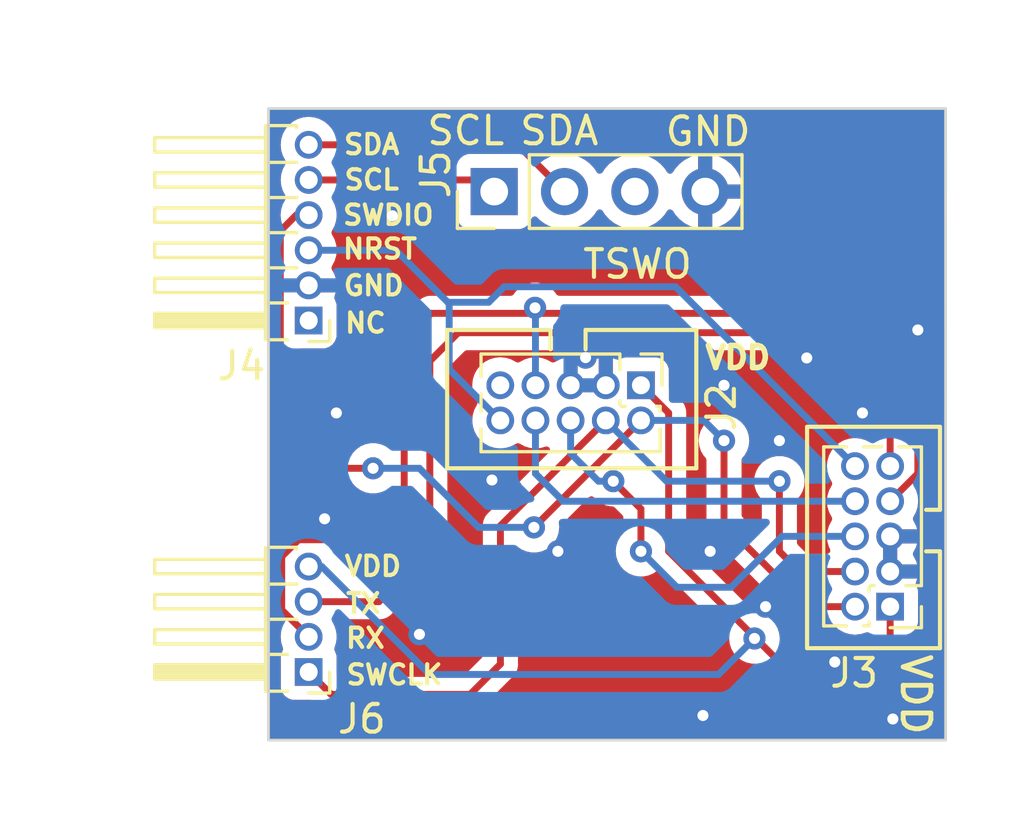
<source format=kicad_pcb>
(kicad_pcb (version 20221018) (generator pcbnew)
  (layers (0 "F.Cu" signal) (31 "B.Cu" signal) (34 "B.Paste" user) (35 "F.Paste" user) (36 "B.SilkS" user "B.Silkscreen") (37 "F.SilkS" user "F.Silkscreen") (38 "B.Mask" user) (39 "F.Mask" user) (44 "Edge.Cuts" user))
  (net 0 "")
  (net 1 "Net-(J2-Pin_8)")
  (net 2 "/GND")
  (net 3 "/NRST")
  (net 4 "/UART_RX")
  (net 5 "/UART_TX")
  (net 6 "/SYS_SWCLK")
  (net 7 "/SYS_SWDIO")
  (net 8 "/I2C2_SDA")
  (net 9 "/I2C2_SCL")
  (net 10 "/VDD")
  (net 11 "/TRACESWO")
  (footprint "Connector_PinHeader_1.27mm:PinHeader_2x05_P1.27mm_Vertical" (layer "F.Cu") (at 141 95 180)
    (fp_text reference "J3" (at 1.3 -2.4) (layer "F.SilkS"))
    (fp_text value "Conn_02x05_Odd_Even")
    (fp_line (start -1.13 -0.76) (end 0 -0.76) (stroke (width 0.12)) (layer "F.SilkS"))
    (fp_line (start -1.13 0) (end -1.13 -0.76) (stroke (width 0.12)) (layer "F.SilkS"))
    (fp_line (start -1.13 0.76) (end -1.13 5.775) (stroke (width 0.12)) (layer "F.SilkS"))
    (fp_line (start -1.13 0.76) (end -0.563471 0.76) (stroke (width 0.12)) (layer "F.SilkS"))
    (fp_line (start -1.13 5.775) (end -0.30753 5.775) (stroke (width 0.12)) (layer "F.SilkS"))
    (fp_line (start 0.30753 5.775) (end 0.96247 5.775) (stroke (width 0.12)) (layer "F.SilkS"))
    (fp_line (start 0.563471 0.76) (end 0.706529 0.76) (stroke (width 0.12)) (layer "F.SilkS"))
    (fp_line (start 0.76 -0.695) (end 0.96247 -0.695) (stroke (width 0.12)) (layer "F.SilkS"))
    (fp_line (start 0.76 -0.563471) (end 0.76 -0.695) (stroke (width 0.12)) (layer "F.SilkS"))
    (fp_line (start 0.76 0.706529) (end 0.76 0.563471) (stroke (width 0.12)) (layer "F.SilkS"))
    (fp_line (start 1.57753 -0.695) (end 2.4 -0.695) (stroke (width 0.12)) (layer "F.SilkS"))
    (fp_line (start 1.57753 5.775) (end 2.4 5.775) (stroke (width 0.12)) (layer "F.SilkS"))
    (fp_line (start 2.4 -0.695) (end 2.4 5.775) (stroke (width 0.12)) (layer "F.SilkS"))
    (pad "1" thru_hole rect (at 0 0 180) (size 1 1) (drill 0.65) (layers "*.Cu" "*.Mask") (net 10 "/VDD"))
    (pad "2" thru_hole oval (at 1.27 0 180) (size 1 1) (drill 0.65) (layers "*.Cu" "*.Mask") (net 7 "/SYS_SWDIO"))
    (pad "3" thru_hole oval (at 0 1.27 180) (size 1 1) (drill 0.65) (layers "*.Cu" "*.Mask") (net 2 "/GND"))
    (pad "4" thru_hole oval (at 1.27 1.27 180) (size 1 1) (drill 0.65) (layers "*.Cu" "*.Mask") (net 6 "/SYS_SWCLK"))
    (pad "5" thru_hole oval (at 0 2.54 180) (size 1 1) (drill 0.65) (layers "*.Cu" "*.Mask") (net 2 "/GND"))
    (pad "6" thru_hole oval (at 1.27 2.54 180) (size 1 1) (drill 0.65) (layers "*.Cu" "*.Mask") (net 11 "/TRACESWO"))
    (pad "7" thru_hole oval (at 0 3.81 180) (size 1 1) (drill 0.65) (layers "*.Cu" "*.Mask") (net 4 "/UART_RX"))
    (pad "8" thru_hole oval (at 1.27 3.81 180) (size 1 1) (drill 0.65) (layers "*.Cu" "*.Mask") (net 1 "Net-(J2-Pin_8)"))
    (pad "9" thru_hole oval (at 0 5.08 180) (size 1 1) (drill 0.65) (layers "*.Cu" "*.Mask") (net 5 "/UART_TX"))
    (pad "10" thru_hole oval (at 1.27 5.08 180) (size 1 1) (drill 0.65) (layers "*.Cu" "*.Mask") (net 3 "/NRST"))
  )
  (footprint "Connector_PinHeader_2.54mm:PinHeader_1x04_P2.54mm_Vertical" (layer "F.Cu") (at 126.7 80 90)
    (fp_text reference "J5" (at 0.625 -2.113 90) (layer "F.SilkS"))
    (fp_text value "Conn_01x04")
    (fp_line (start -1.33 -1.33) (end 0 -1.33) (stroke (width 0.12)) (layer "F.SilkS"))
    (fp_line (start -1.33 0) (end -1.33 -1.33) (stroke (width 0.12)) (layer "F.SilkS"))
    (fp_line (start -1.33 1.27) (end -1.33 8.95) (stroke (width 0.12)) (layer "F.SilkS"))
    (fp_line (start -1.33 1.27) (end 1.33 1.27) (stroke (width 0.12)) (layer "F.SilkS"))
    (fp_line (start -1.33 8.95) (end 1.33 8.95) (stroke (width 0.12)) (layer "F.SilkS"))
    (fp_line (start 1.33 1.27) (end 1.33 8.95) (stroke (width 0.12)) (layer "F.SilkS"))
    (pad "1" thru_hole rect (at 0 0 90) (size 1.7 1.7) (drill 1) (layers "*.Cu" "*.Mask") (net 9 "/I2C2_SCL"))
    (pad "2" thru_hole oval (at 0 2.54 90) (size 1.7 1.7) (drill 1) (layers "*.Cu" "*.Mask") (net 8 "/I2C2_SDA"))
    (pad "3" thru_hole oval (at 0 5.08 90) (size 1.7 1.7) (drill 1) (layers "*.Cu" "*.Mask"))
    (pad "4" thru_hole oval (at 0 7.62 90) (size 1.7 1.7) (drill 1) (layers "*.Cu" "*.Mask") (net 2 "/GND"))
  )
  (footprint "Connector_PinHeader_1.27mm:PinHeader_2x05_P1.27mm_Vertical" (layer "F.Cu") (at 132 87 -90)
    (fp_text reference "J2" (at 0.8 -2.9 90) (layer "F.SilkS"))
    (fp_text value "Conn_02x05_Odd_Even")
    (fp_line (start -1.13 -0.76) (end 0 -0.76) (stroke (width 0.12)) (layer "F.SilkS"))
    (fp_line (start -1.13 0) (end -1.13 -0.76) (stroke (width 0.12)) (layer "F.SilkS"))
    (fp_line (start -1.13 0.76) (end -1.13 5.775) (stroke (width 0.12)) (layer "F.SilkS"))
    (fp_line (start -1.13 0.76) (end -0.563471 0.76) (stroke (width 0.12)) (layer "F.SilkS"))
    (fp_line (start -1.13 5.775) (end -0.30753 5.775) (stroke (width 0.12)) (layer "F.SilkS"))
    (fp_line (start 0.30753 5.775) (end 0.96247 5.775) (stroke (width 0.12)) (layer "F.SilkS"))
    (fp_line (start 0.563471 0.76) (end 0.706529 0.76) (stroke (width 0.12)) (layer "F.SilkS"))
    (fp_line (start 0.76 -0.695) (end 0.96247 -0.695) (stroke (width 0.12)) (layer "F.SilkS"))
    (fp_line (start 0.76 -0.563471) (end 0.76 -0.695) (stroke (width 0.12)) (layer "F.SilkS"))
    (fp_line (start 0.76 0.706529) (end 0.76 0.563471) (stroke (width 0.12)) (layer "F.SilkS"))
    (fp_line (start 1.57753 -0.695) (end 2.4 -0.695) (stroke (width 0.12)) (layer "F.SilkS"))
    (fp_line (start 1.57753 5.775) (end 2.4 5.775) (stroke (width 0.12)) (layer "F.SilkS"))
    (fp_line (start 2.4 -0.695) (end 2.4 5.775) (stroke (width 0.12)) (layer "F.SilkS"))
    (pad "1" thru_hole rect (at 0 0 270) (size 1 1) (drill 0.65) (layers "*.Cu" "*.Mask") (net 10 "/VDD"))
    (pad "2" thru_hole oval (at 1.27 0 270) (size 1 1) (drill 0.65) (layers "*.Cu" "*.Mask") (net 7 "/SYS_SWDIO"))
    (pad "3" thru_hole oval (at 0 1.27 270) (size 1 1) (drill 0.65) (layers "*.Cu" "*.Mask") (net 2 "/GND"))
    (pad "4" thru_hole oval (at 1.27 1.27 270) (size 1 1) (drill 0.65) (layers "*.Cu" "*.Mask") (net 6 "/SYS_SWCLK"))
    (pad "5" thru_hole oval (at 0 2.54 270) (size 1 1) (drill 0.65) (layers "*.Cu" "*.Mask") (net 2 "/GND"))
    (pad "6" thru_hole oval (at 1.27 2.54 270) (size 1 1) (drill 0.65) (layers "*.Cu" "*.Mask") (net 11 "/TRACESWO"))
    (pad "7" thru_hole oval (at 0 3.81 270) (size 1 1) (drill 0.65) (layers "*.Cu" "*.Mask") (net 4 "/UART_RX"))
    (pad "8" thru_hole oval (at 1.27 3.81 270) (size 1 1) (drill 0.65) (layers "*.Cu" "*.Mask") (net 1 "Net-(J2-Pin_8)"))
    (pad "9" thru_hole oval (at 0 5.08 270) (size 1 1) (drill 0.65) (layers "*.Cu" "*.Mask"))
    (pad "10" thru_hole oval (at 1.27 5.08 270) (size 1 1) (drill 0.65) (layers "*.Cu" "*.Mask") (net 3 "/NRST"))
  )
  (footprint "Connector_PinHeader_1.27mm:PinHeader_1x04_P1.27mm_Horizontal" (layer "F.Cu") (at 120 97.36 180)
    (fp_text reference "J6" (at -1.92 -1.7) (layer "F.SilkS"))
    (fp_text value "Conn_01x04")
    (fp_line (start -0.76 -0.76) (end 0 -0.76) (stroke (width 0.12)) (layer "F.SilkS"))
    (fp_line (start -0.76 0) (end -0.76 -0.76) (stroke (width 0.12)) (layer "F.SilkS"))
    (fp_line (start 0.44 1.889677) (end 0.44 1.920323) (stroke (width 0.12)) (layer "F.SilkS"))
    (fp_line (start 0.44 1.905) (end 1.56 1.905) (stroke (width 0.12)) (layer "F.SilkS"))
    (fp_line (start 0.44 3.159677) (end 0.44 3.190323) (stroke (width 0.12)) (layer "F.SilkS"))
    (fp_line (start 0.44 3.175) (end 1.56 3.175) (stroke (width 0.12)) (layer "F.SilkS"))
    (fp_line (start 0.44 4.505) (end 0.44 4.429677) (stroke (width 0.12)) (layer "F.SilkS"))
    (fp_line (start 0.76 -0.695) (end 1.56 -0.695) (stroke (width 0.12)) (layer "F.SilkS"))
    (fp_line (start 0.76 0.635) (end 1.56 0.635) (stroke (width 0.12)) (layer "F.SilkS"))
    (fp_line (start 1.56 -0.695) (end 1.56 4.505) (stroke (width 0.12)) (layer "F.SilkS"))
    (fp_line (start 1.56 -0.26) (end 5.56 -0.26) (stroke (width 0.12)) (layer "F.SilkS"))
    (fp_line (start 1.56 -0.2) (end 5.56 -0.2) (stroke (width 0.12)) (layer "F.SilkS"))
    (fp_line (start 1.56 -0.08) (end 5.56 -0.08) (stroke (width 0.12)) (layer "F.SilkS"))
    (fp_line (start 1.56 0.04) (end 5.56 0.04) (stroke (width 0.12)) (layer "F.SilkS"))
    (fp_line (start 1.56 0.16) (end 5.56 0.16) (stroke (width 0.12)) (layer "F.SilkS"))
    (fp_line (start 1.56 1.01) (end 5.56 1.01) (stroke (width 0.12)) (layer "F.SilkS"))
    (fp_line (start 1.56 2.28) (end 5.56 2.28) (stroke (width 0.12)) (layer "F.SilkS"))
    (fp_line (start 1.56 3.55) (end 5.56 3.55) (stroke (width 0.12)) (layer "F.SilkS"))
    (fp_line (start 1.56 4.505) (end 0.44 4.505) (stroke (width 0.12)) (layer "F.SilkS"))
    (fp_line (start 5.56 -0.26) (end 5.56 0.26) (stroke (width 0.12)) (layer "F.SilkS"))
    (fp_line (start 5.56 0.26) (end 1.56 0.26) (stroke (width 0.12)) (layer "F.SilkS"))
    (fp_line (start 5.56 1.01) (end 5.56 1.53) (stroke (width 0.12)) (layer "F.SilkS"))
    (fp_line (start 5.56 1.53) (end 1.56 1.53) (stroke (width 0.12)) (layer "F.SilkS"))
    (fp_line (start 5.56 2.28) (end 5.56 2.8) (stroke (width 0.12)) (layer "F.SilkS"))
    (fp_line (start 5.56 2.8) (end 1.56 2.8) (stroke (width 0.12)) (layer "F.SilkS"))
    (fp_line (start 5.56 3.55) (end 5.56 4.07) (stroke (width 0.12)) (layer "F.SilkS"))
    (fp_line (start 5.56 4.07) (end 1.56 4.07) (stroke (width 0.12)) (layer "F.SilkS"))
    (pad "1" thru_hole rect (at 0 0 180) (size 1 1) (drill 0.65) (layers "*.Cu" "*.Mask") (net 6 "/SYS_SWCLK"))
    (pad "2" thru_hole oval (at 0 1.27 180) (size 1 1) (drill 0.65) (layers "*.Cu" "*.Mask") (net 4 "/UART_RX"))
    (pad "3" thru_hole oval (at 0 2.54 180) (size 1 1) (drill 0.65) (layers "*.Cu" "*.Mask") (net 5 "/UART_TX"))
    (pad "4" thru_hole oval (at 0 3.81 180) (size 1 1) (drill 0.65) (layers "*.Cu" "*.Mask") (net 10 "/VDD"))
  )
  (footprint "Connector_PinHeader_1.27mm:PinHeader_1x06_P1.27mm_Horizontal" (layer "F.Cu") (at 120 84.66 180)
    (fp_text reference "J4" (at 2.4325 -1.635) (layer "F.SilkS"))
    (fp_text value "Conn_01x06")
    (fp_line (start -0.76 -0.76) (end 0 -0.76) (stroke (width 0.12)) (layer "F.SilkS"))
    (fp_line (start -0.76 0) (end -0.76 -0.76) (stroke (width 0.12)) (layer "F.SilkS"))
    (fp_line (start 0.44 1.889677) (end 0.44 1.920323) (stroke (width 0.12)) (layer "F.SilkS"))
    (fp_line (start 0.44 1.905) (end 1.56 1.905) (stroke (width 0.12)) (layer "F.SilkS"))
    (fp_line (start 0.44 3.159677) (end 0.44 3.190323) (stroke (width 0.12)) (layer "F.SilkS"))
    (fp_line (start 0.44 3.175) (end 1.56 3.175) (stroke (width 0.12)) (layer "F.SilkS"))
    (fp_line (start 0.44 4.429677) (end 0.44 4.460323) (stroke (width 0.12)) (layer "F.SilkS"))
    (fp_line (start 0.44 4.445) (end 1.56 4.445) (stroke (width 0.12)) (layer "F.SilkS"))
    (fp_line (start 0.44 5.699677) (end 0.44 5.730323) (stroke (width 0.12)) (layer "F.SilkS"))
    (fp_line (start 0.44 5.715) (end 1.56 5.715) (stroke (width 0.12)) (layer "F.SilkS"))
    (fp_line (start 0.44 7.045) (end 0.44 6.969677) (stroke (width 0.12)) (layer "F.SilkS"))
    (fp_line (start 0.76 -0.695) (end 1.56 -0.695) (stroke (width 0.12)) (layer "F.SilkS"))
    (fp_line (start 0.76 0.635) (end 1.56 0.635) (stroke (width 0.12)) (layer "F.SilkS"))
    (fp_line (start 1.56 -0.695) (end 1.56 7.045) (stroke (width 0.12)) (layer "F.SilkS"))
    (fp_line (start 1.56 -0.26) (end 5.56 -0.26) (stroke (width 0.12)) (layer "F.SilkS"))
    (fp_line (start 1.56 -0.2) (end 5.56 -0.2) (stroke (width 0.12)) (layer "F.SilkS"))
    (fp_line (start 1.56 -0.08) (end 5.56 -0.08) (stroke (width 0.12)) (layer "F.SilkS"))
    (fp_line (start 1.56 0.04) (end 5.56 0.04) (stroke (width 0.12)) (layer "F.SilkS"))
    (fp_line (start 1.56 0.16) (end 5.56 0.16) (stroke (width 0.12)) (layer "F.SilkS"))
    (fp_line (start 1.56 1.01) (end 5.56 1.01) (stroke (width 0.12)) (layer "F.SilkS"))
    (fp_line (start 1.56 2.28) (end 5.56 2.28) (stroke (width 0.12)) (layer "F.SilkS"))
    (fp_line (start 1.56 3.55) (end 5.56 3.55) (stroke (width 0.12)) (layer "F.SilkS"))
    (fp_line (start 1.56 4.82) (end 5.56 4.82) (stroke (width 0.12)) (layer "F.SilkS"))
    (fp_line (start 1.56 6.09) (end 5.56 6.09) (stroke (width 0.12)) (layer "F.SilkS"))
    (fp_line (start 1.56 7.045) (end 0.44 7.045) (stroke (width 0.12)) (layer "F.SilkS"))
    (fp_line (start 5.56 -0.26) (end 5.56 0.26) (stroke (width 0.12)) (layer "F.SilkS"))
    (fp_line (start 5.56 0.26) (end 1.56 0.26) (stroke (width 0.12)) (layer "F.SilkS"))
    (fp_line (start 5.56 1.01) (end 5.56 1.53) (stroke (width 0.12)) (layer "F.SilkS"))
    (fp_line (start 5.56 1.53) (end 1.56 1.53) (stroke (width 0.12)) (layer "F.SilkS"))
    (fp_line (start 5.56 2.28) (end 5.56 2.8) (stroke (width 0.12)) (layer "F.SilkS"))
    (fp_line (start 5.56 2.8) (end 1.56 2.8) (stroke (width 0.12)) (layer "F.SilkS"))
    (fp_line (start 5.56 3.55) (end 5.56 4.07) (stroke (width 0.12)) (layer "F.SilkS"))
    (fp_line (start 5.56 4.07) (end 1.56 4.07) (stroke (width 0.12)) (layer "F.SilkS"))
    (fp_line (start 5.56 4.82) (end 5.56 5.34) (stroke (width 0.12)) (layer "F.SilkS"))
    (fp_line (start 5.56 5.34) (end 1.56 5.34) (stroke (width 0.12)) (layer "F.SilkS"))
    (fp_line (start 5.56 6.09) (end 5.56 6.61) (stroke (width 0.12)) (layer "F.SilkS"))
    (fp_line (start 5.56 6.61) (end 1.56 6.61) (stroke (width 0.12)) (layer "F.SilkS"))
    (pad "1" thru_hole rect (at 0 0 180) (size 1 1) (drill 0.65) (layers "*.Cu" "*.Mask"))
    (pad "2" thru_hole oval (at 0 1.27 180) (size 1 1) (drill 0.65) (layers "*.Cu" "*.Mask") (net 2 "/GND"))
    (pad "3" thru_hole oval (at 0 2.54 180) (size 1 1) (drill 0.65) (layers "*.Cu" "*.Mask") (net 3 "/NRST"))
    (pad "4" thru_hole oval (at 0 3.81 180) (size 1 1) (drill 0.65) (layers "*.Cu" "*.Mask") (net 7 "/SYS_SWDIO"))
    (pad "5" thru_hole oval (at 0 5.08 180) (size 1 1) (drill 0.65) (layers "*.Cu" "*.Mask") (net 9 "/I2C2_SCL"))
    (pad "6" thru_hole oval (at 0 6.35 180) (size 1 1) (drill 0.65) (layers "*.Cu" "*.Mask") (net 8 "/I2C2_SDA"))
  )
  (gr_line (start 142.8 88.5) (end 142.8 91.5) (stroke (width 0.15)) (layer "F.SilkS"))
  (gr_line (start 142.8 93) (end 142.3 93) (stroke (width 0.15)) (layer "F.SilkS"))
  (gr_line (start 134 90) (end 134 85) (stroke (width 0.15)) (layer "F.SilkS"))
  (gr_line (start 128.7325 85) (end 125 85) (stroke (width 0.15)) (layer "F.SilkS"))
  (gr_line (start 128.7325 85.7) (end 128.7325 85) (stroke (width 0.15)) (layer "F.SilkS"))
  (gr_line (start 125 85) (end 125 90) (stroke (width 0.15)) (layer "F.SilkS"))
  (gr_line (start 138 88.5) (end 142.8 88.5) (stroke (width 0.15)) (layer "F.SilkS"))
  (gr_line (start 138 88.5) (end 138 96.5) (stroke (width 0.15)) (layer "F.SilkS"))
  (gr_line (start 142.8 96.5) (end 142.8 93) (stroke (width 0.15)) (layer "F.SilkS"))
  (gr_line (start 142.8 91.5) (end 142.3 91.5) (stroke (width 0.15)) (layer "F.SilkS"))
  (gr_line (start 130 85) (end 130 85.7) (stroke (width 0.15)) (layer "F.SilkS"))
  (gr_line (start 125 90) (end 134 90) (stroke (width 0.15)) (layer "F.SilkS"))
  (gr_line (start 134 85) (end 130 85) (stroke (width 0.15)) (layer "F.SilkS"))
  (gr_line (start 138 96.5) (end 142.8 96.5) (stroke (width 0.15)) (layer "F.SilkS"))
  (gr_line (start 118.55 99.822) (end 143.002 99.822) (stroke (width 0.1)) (layer "Edge.Cuts"))
  (gr_line (start 143.002 99.822) (end 143 77) (stroke (width 0.1)) (layer "Edge.Cuts"))
  (gr_line (start 118.55 77) (end 118.55 99.822) (stroke (width 0.1)) (layer "Edge.Cuts"))
  (gr_line (start 143 77) (end 118.55 77) (stroke (width 0.1)) (layer "Edge.Cuts"))
  (gr_text "SDA" (at 129.05 77.8) (layer "F.SilkS") (effects (font (size 1 1))))
  (gr_text "GND" (at 122.35 83.4) (layer "F.SilkS") (effects (font (size 0.7 0.7))))
  (gr_text "VDD" (at 122.322 93.539) (layer "F.SilkS") (effects (font (size 0.7 0.7))))
  (gr_text "SCL" (at 125.675 77.8) (layer "F.SilkS") (effects (font (size 1 1))))
  (gr_text "RX" (at 122.047 96.139) (layer "F.SilkS") (effects (font (size 0.7 0.7))))
  (gr_text "SCL" (at 122.275 79.575) (layer "F.SilkS") (effects (font (size 0.7 0.7))))
  (gr_text "GND" (at 134.425 77.825) (layer "F.SilkS") (effects (font (size 1 1))))
  (gr_text "SWDIO" (at 122.875 80.85) (layer "F.SilkS") (effects (font (size 0.7 0.7))))
  (gr_text "TX" (at 121.972 94.889) (layer "F.SilkS") (effects (font (size 0.7 0.7))))
  (gr_text "SDA" (at 122.275 78.3) (layer "F.SilkS") (effects (font (size 0.7 0.7))))
  (gr_text "VDD" (at 135.5 86) (layer "F.SilkS") (effects (font (size 0.8 0.8) (thickness 0.2))))
  (gr_text "SWCLK" (at 123.097 97.464) (layer "F.SilkS") (effects (font (size 0.7 0.7))))
  (gr_text "VDD" (at 141.925 98.175 270) (layer "F.SilkS") (effects (font (size 1 1) (thickness 0.175))))
  (gr_text "NRST" (at 122.575 82.075) (layer "F.SilkS") (effects (font (size 0.7 0.7))))
  (gr_text "NC" (at 122.05 84.75) (layer "F.SilkS") (effects (font (size 0.7 0.7))))
  (gr_text "TSWO" (at 131.875 82.625) (layer "F.SilkS") (effects (font (size 1 1))))
  (segment (start 128.19 90.19) (end 128.19 88.27) (width 0.25) (layer "B.Cu") (net 1))
  (segment (start 129.19 91.19) (end 128.19 90.19) (width 0.25) (layer "B.Cu") (net 1))
  (segment (start 139.73 91.19) (end 129.19 91.19) (width 0.25) (layer "B.Cu") (net 1))
  (via (at 123.025 80.875) (size 0.8) (drill 0.4) (layers "F.Cu" "B.Cu") (net 2))
  (via (at 129 93) (size 0.8) (drill 0.4) (layers "F.Cu" "B.Cu") (net 2))
  (via (at 136.5 95) (size 0.8) (drill 0.4) (layers "F.Cu" "B.Cu") (net 2))
  (via (at 135 87) (size 0.8) (drill 0.4) (layers "F.Cu" "B.Cu") (net 2))
  (via (at 140 88) (size 0.8) (drill 0.4) (layers "F.Cu" "B.Cu") (net 2))
  (via (at 124 96) (size 0.8) (drill 0.4) (layers "F.Cu" "B.Cu") (net 2))
  (via (at 141.097 99.06) (size 0.8) (drill 0.4) (layers "F.Cu" "B.Cu") (net 2))
  (via (at 134.5 93) (size 0.8) (drill 0.4) (layers "F.Cu" "B.Cu") (net 2))
  (via (at 137.987701 86.012299) (size 0.8) (drill 0.4) (layers "F.Cu" "B.Cu") (net 2))
  (via (at 120.575 91.825) (size 0.8) (drill 0.4) (layers "F.Cu" "B.Cu") (net 2))
  (via (at 130 86) (size 0.8) (drill 0.4) (layers "F.Cu" "B.Cu") (net 2))
  (via (at 139 97) (size 0.8) (drill 0.4) (layers "F.Cu" "B.Cu") (net 2))
  (via (at 126.619 90.424) (size 0.8) (drill 0.4) (layers "F.Cu" "B.Cu") (net 2))
  (via (at 142 85) (size 0.8) (drill 0.4) (layers "F.Cu" "B.Cu") (net 2))
  (via (at 137 89) (size 0.8) (drill 0.4) (layers "F.Cu" "B.Cu") (net 2))
  (via (at 134.239 98.933) (size 0.8) (drill 0.4) (layers "F.Cu" "B.Cu") (net 2))
  (via (at 121 88) (size 0.8) (drill 0.4) (layers "F.Cu" "B.Cu") (net 2))
  (segment (start 141.54 92.46) (end 141 92.46) (width 0.25) (layer "B.Cu") (net 2))
  (segment (start 125.075 86.425) (end 125.075 84) (width 0.25) (layer "B.Cu") (net 3))
  (segment (start 125.075 84) (end 126.5 84) (width 0.25) (layer "B.Cu") (net 3))
  (segment (start 133.249 83.439) (end 139.73 89.92) (width 0.25) (layer "B.Cu") (net 3))
  (segment (start 127.061 83.439) (end 133.249 83.439) (width 0.25) (layer "B.Cu") (net 3))
  (segment (start 125.025 84) (end 125.075 84) (width 0.25) (layer "B.Cu") (net 3))
  (segment (start 123.145 82.12) (end 125.025 84) (width 0.25) (layer "B.Cu") (net 3))
  (segment (start 120 82.12) (end 123.145 82.12) (width 0.25) (layer "B.Cu") (net 3))
  (segment (start 126.92 88.27) (end 125.075 86.425) (width 0.25) (layer "B.Cu") (net 3))
  (segment (start 126.5 84) (end 127.061 83.439) (width 0.25) (layer "B.Cu") (net 3))
  (segment (start 119.025 93.192) (end 119.025 95.115) (width 0.25) (layer "F.Cu") (net 4))
  (segment (start 119.634 92.583) (end 119.025 93.192) (width 0.25) (layer "F.Cu") (net 4))
  (segment (start 123.45 91.95) (end 122.817 92.583) (width 0.25) (layer "F.Cu") (net 4))
  (segment (start 122.817 92.583) (end 119.634 92.583) (width 0.25) (layer "F.Cu") (net 4))
  (segment (start 124.425 84.4) (end 123.45 85.375) (width 0.25) (layer "F.Cu") (net 4))
  (segment (start 128.175 84.201) (end 128.374 84.4) (width 0.25) (layer "F.Cu") (net 4))
  (segment (start 128.175 84.201) (end 127.976 84.4) (width 0.25) (layer "F.Cu") (net 4))
  (segment (start 138.4 84.4) (end 142 88) (width 0.25) (layer "F.Cu") (net 4))
  (segment (start 123.45 85.375) (end 123.45 91.95) (width 0.25) (layer "F.Cu") (net 4))
  (segment (start 128.374 84.4) (end 138.4 84.4) (width 0.25) (layer "F.Cu") (net 4))
  (segment (start 142 88) (end 142 90.19) (width 0.25) (layer "F.Cu") (net 4))
  (segment (start 127.976 84.4) (end 124.425 84.4) (width 0.25) (layer "F.Cu") (net 4))
  (segment (start 119.025 95.115) (end 120 96.09) (width 0.25) (layer "F.Cu") (net 4))
  (segment (start 142 90.19) (end 141 91.19) (width 0.25) (layer "F.Cu") (net 4))
  (via (at 128.175 84.201) (size 0.8) (drill 0.4) (layers "F.Cu" "B.Cu") (net 4))
  (segment (start 128.175 84.201) (end 128.19 84.216) (width 0.25) (layer "B.Cu") (net 4))
  (segment (start 128.19 84.216) (end 128.19 87) (width 0.25) (layer "B.Cu") (net 4))
  (segment (start 140.725 87.725) (end 141 88) (width 0.25) (layer "F.Cu") (net 5))
  (segment (start 140.725 87.699695) (end 140.725 87.725) (width 0.25) (layer "F.Cu") (net 5))
  (segment (start 125.4 85.1) (end 138.1 85.1) (width 0.25) (layer "F.Cu") (net 5))
  (segment (start 122.54 94.82) (end 124.375 92.985) (width 0.25) (layer "F.Cu") (net 5))
  (segment (start 124.375 92.985) (end 124.375 86.125) (width 0.25) (layer "F.Cu") (net 5))
  (segment (start 138.1 85.1) (end 140.275 87.275) (width 0.25) (layer "F.Cu") (net 5))
  (segment (start 140.275 87.275) (end 140.300305 87.275) (width 0.25) (layer "F.Cu") (net 5))
  (segment (start 120 94.82) (end 122.54 94.82) (width 0.25) (layer "F.Cu") (net 5))
  (segment (start 141 88) (end 141 89.92) (width 0.25) (layer "F.Cu") (net 5))
  (segment (start 140.300305 87.275) (end 140.725 87.699695) (width 0.25) (layer "F.Cu") (net 5))
  (segment (start 124.375 86.125) (end 125.4 85.1) (width 0.25) (layer "F.Cu") (net 5))
  (segment (start 120 97.36) (end 120.811 98.171) (width 0.25) (layer "F.Cu") (net 6))
  (segment (start 120.811 98.171) (end 125.829 98.171) (width 0.25) (layer "F.Cu") (net 6))
  (segment (start 137.73 93.73) (end 139.73 93.73) (width 0.25) (layer "F.Cu") (net 6))
  (segment (start 126.925 92.075) (end 130.73 88.27) (width 0.25) (layer "F.Cu") (net 6))
  (segment (start 137 93) (end 137.73 93.73) (width 0.25) (layer "F.Cu") (net 6))
  (segment (start 137 90.4655) (end 137 93) (width 0.25) (layer "F.Cu") (net 6))
  (segment (start 125.829 98.171) (end 126.925 97.075) (width 0.25) (layer "F.Cu") (net 6))
  (segment (start 126.925 97.075) (end 126.925 92.075) (width 0.25) (layer "F.Cu") (net 6))
  (via (at 137 90.4655) (size 0.8) (drill 0.4) (layers "F.Cu" "B.Cu") (net 6))
  (segment (start 137 90.4655) (end 132.9255 90.4655) (width 0.25) (layer "B.Cu") (net 6))
  (segment (start 132.9255 90.4655) (end 130.73 88.27) (width 0.25) (layer "B.Cu") (net 6))
  (segment (start 118.975 81.425) (end 119.55 80.85) (width 0.25) (layer "F.Cu") (net 7))
  (segment (start 128.135 92.135) (end 132 88.27) (width 0.25) (layer "F.Cu") (net 7))
  (segment (start 138 95) (end 135 92) (width 0.25) (layer "F.Cu") (net 7))
  (segment (start 119.55 80.85) (end 120 80.85) (width 0.25) (layer "F.Cu") (net 7))
  (segment (start 135 92) (end 135 89) (width 0.25) (layer "F.Cu") (net 7))
  (segment (start 139.73 95) (end 138 95) (width 0.25) (layer "F.Cu") (net 7))
  (segment (start 120.5 90) (end 118.975 88.475) (width 0.25) (layer "F.Cu") (net 7))
  (segment (start 122.325 90) (end 120.5 90) (width 0.25) (layer "F.Cu") (net 7))
  (segment (start 118.975 88.475) (end 118.975 81.425) (width 0.25) (layer "F.Cu") (net 7))
  (via (at 135 89) (size 0.8) (drill 0.4) (layers "F.Cu" "B.Cu") (net 7))
  (via (at 128.135 92.135) (size 0.8) (drill 0.4) (layers "F.Cu" "B.Cu") (net 7))
  (via (at 122.325 90) (size 0.8) (drill 0.4) (layers "F.Cu" "B.Cu") (net 7))
  (segment (start 134.27 88.27) (end 135 89) (width 0.25) (layer "B.Cu") (net 7))
  (segment (start 126.135 92.135) (end 128.135 92.135) (width 0.25) (layer "B.Cu") (net 7))
  (segment (start 122.325 90) (end 124 90) (width 0.25) (layer "B.Cu") (net 7))
  (segment (start 132 88.27) (end 134.27 88.27) (width 0.25) (layer "B.Cu") (net 7))
  (segment (start 124 90) (end 126.135 92.135) (width 0.25) (layer "B.Cu") (net 7))
  (segment (start 127.55 78.31) (end 129.24 80) (width 0.25) (layer "F.Cu") (net 8))
  (segment (start 120 78.31) (end 127.55 78.31) (width 0.25) (layer "F.Cu") (net 8))
  (segment (start 120 79.58) (end 126.28 79.58) (width 0.25) (layer "F.Cu") (net 9))
  (segment (start 126.28 79.58) (end 126.7 80) (width 0.25) (layer "F.Cu") (net 9))
  (segment (start 140 98) (end 141 97) (width 0.25) (layer "F.Cu") (net 10))
  (segment (start 138 98) (end 140 98) (width 0.25) (layer "F.Cu") (net 10))
  (segment (start 134.25 94.25) (end 138 98) (width 0.25) (layer "F.Cu") (net 10))
  (segment (start 133 93) (end 134.25 94.25) (width 0.25) (layer "F.Cu") (net 10))
  (segment (start 141 97) (end 141 95) (width 0.25) (layer "F.Cu") (net 10))
  (segment (start 132 87) (end 133 88) (width 0.25) (layer "F.Cu") (net 10))
  (segment (start 133 88) (end 133 93) (width 0.25) (layer "F.Cu") (net 10))
  (via (at 136.1 96.15) (size 0.8) (drill 0.4) (layers "F.Cu" "B.Cu") (net 10))
  (segment (start 124.374 97.45) (end 134.8 97.45) (width 0.25) (layer "B.Cu") (net 10))
  (segment (start 120 93.55) (end 120.474 93.55) (width 0.25) (layer "B.Cu") (net 10))
  (segment (start 134.8 97.45) (end 136.1 96.15) (width 0.25) (layer "B.Cu") (net 10))
  (segment (start 120.474 93.55) (end 124.374 97.45) (width 0.25) (layer "B.Cu") (net 10))
  (segment (start 131 90.4655) (end 132 91.4655) (width 0.25) (layer "F.Cu") (net 11))
  (segment (start 132 91.4655) (end 132 93) (width 0.25) (layer "F.Cu") (net 11))
  (via (at 132 93) (size 0.8) (drill 0.4) (layers "F.Cu" "B.Cu") (net 11))
  (via (at 131 90.4655) (size 0.8) (drill 0.4) (layers "F.Cu" "B.Cu") (net 11))
  (segment (start 135.255 94.3) (end 137.095 92.46) (width 0.25) (layer "B.Cu") (net 11))
  (segment (start 132 93) (end 133.3 94.3) (width 0.25) (layer "B.Cu") (net 11))
  (segment (start 129.46 88.27) (end 129.46 89.46) (width 0.25) (layer "B.Cu") (net 11))
  (segment (start 130.4655 90.4655) (end 131 90.4655) (width 0.25) (layer "B.Cu") (net 11))
  (segment (start 137.095 92.46) (end 139.73 92.46) (width 0.25) (layer "B.Cu") (net 11))
  (segment (start 129.46 89.46) (end 130.4655 90.4655) (width 0.25) (layer "B.Cu") (net 11))
  (segment (start 133.3 94.3) (end 135.255 94.3) (width 0.25) (layer "B.Cu") (net 11))
  (zone (net 2) (net_name "/GND") (layers "F&B.Cu") (connect_pads (clearance 0.508)) (min_thickness 0.254) (fill yes (thermal_gap 0.508) (thermal_bridge_width 0.508))
    (polygon (pts (xy 143.5 103) (xy 111.5 103) (xy 111.5 76) (xy 143.5 76)))
  )
)
</source>
